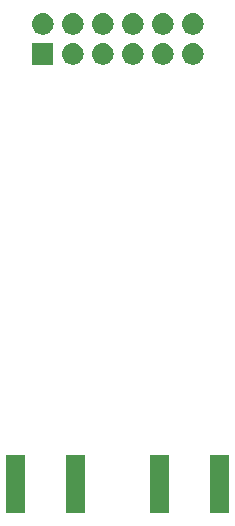
<source format=gbr>
G04 #@! TF.GenerationSoftware,KiCad,Pcbnew,5.1.2*
G04 #@! TF.CreationDate,2019-05-07T22:25:54+02:00*
G04 #@! TF.ProjectId,SX1257_pmod,53583132-3537-45f7-906d-6f642e6b6963,rev?*
G04 #@! TF.SameCoordinates,Original*
G04 #@! TF.FileFunction,Soldermask,Bot*
G04 #@! TF.FilePolarity,Negative*
%FSLAX46Y46*%
G04 Gerber Fmt 4.6, Leading zero omitted, Abs format (unit mm)*
G04 Created by KiCad (PCBNEW 5.1.2) date 2019-05-07 22:25:54*
%MOMM*%
%LPD*%
G04 APERTURE LIST*
%ADD10C,0.100000*%
G04 APERTURE END LIST*
D10*
G36*
X128829000Y-68064000D02*
G01*
X127203000Y-68064000D01*
X127203000Y-63162000D01*
X128829000Y-63162000D01*
X128829000Y-68064000D01*
X128829000Y-68064000D01*
G37*
G36*
X121717000Y-68064000D02*
G01*
X120091000Y-68064000D01*
X120091000Y-63162000D01*
X121717000Y-63162000D01*
X121717000Y-68064000D01*
X121717000Y-68064000D01*
G37*
G36*
X116637000Y-68064000D02*
G01*
X115011000Y-68064000D01*
X115011000Y-63162000D01*
X116637000Y-63162000D01*
X116637000Y-68064000D01*
X116637000Y-68064000D01*
G37*
G36*
X133909000Y-68064000D02*
G01*
X132283000Y-68064000D01*
X132283000Y-63162000D01*
X133909000Y-63162000D01*
X133909000Y-68064000D01*
X133909000Y-68064000D01*
G37*
G36*
X119011000Y-30111000D02*
G01*
X117209000Y-30111000D01*
X117209000Y-28309000D01*
X119011000Y-28309000D01*
X119011000Y-30111000D01*
X119011000Y-30111000D01*
G37*
G36*
X128380442Y-28315518D02*
G01*
X128446627Y-28322037D01*
X128616466Y-28373557D01*
X128772991Y-28457222D01*
X128808729Y-28486552D01*
X128910186Y-28569814D01*
X128993448Y-28671271D01*
X129022778Y-28707009D01*
X129106443Y-28863534D01*
X129157963Y-29033373D01*
X129175359Y-29210000D01*
X129157963Y-29386627D01*
X129106443Y-29556466D01*
X129022778Y-29712991D01*
X128993448Y-29748729D01*
X128910186Y-29850186D01*
X128808729Y-29933448D01*
X128772991Y-29962778D01*
X128616466Y-30046443D01*
X128446627Y-30097963D01*
X128380442Y-30104482D01*
X128314260Y-30111000D01*
X128225740Y-30111000D01*
X128159558Y-30104482D01*
X128093373Y-30097963D01*
X127923534Y-30046443D01*
X127767009Y-29962778D01*
X127731271Y-29933448D01*
X127629814Y-29850186D01*
X127546552Y-29748729D01*
X127517222Y-29712991D01*
X127433557Y-29556466D01*
X127382037Y-29386627D01*
X127364641Y-29210000D01*
X127382037Y-29033373D01*
X127433557Y-28863534D01*
X127517222Y-28707009D01*
X127546552Y-28671271D01*
X127629814Y-28569814D01*
X127731271Y-28486552D01*
X127767009Y-28457222D01*
X127923534Y-28373557D01*
X128093373Y-28322037D01*
X128159558Y-28315518D01*
X128225740Y-28309000D01*
X128314260Y-28309000D01*
X128380442Y-28315518D01*
X128380442Y-28315518D01*
G37*
G36*
X120760442Y-28315518D02*
G01*
X120826627Y-28322037D01*
X120996466Y-28373557D01*
X121152991Y-28457222D01*
X121188729Y-28486552D01*
X121290186Y-28569814D01*
X121373448Y-28671271D01*
X121402778Y-28707009D01*
X121486443Y-28863534D01*
X121537963Y-29033373D01*
X121555359Y-29210000D01*
X121537963Y-29386627D01*
X121486443Y-29556466D01*
X121402778Y-29712991D01*
X121373448Y-29748729D01*
X121290186Y-29850186D01*
X121188729Y-29933448D01*
X121152991Y-29962778D01*
X120996466Y-30046443D01*
X120826627Y-30097963D01*
X120760442Y-30104482D01*
X120694260Y-30111000D01*
X120605740Y-30111000D01*
X120539558Y-30104482D01*
X120473373Y-30097963D01*
X120303534Y-30046443D01*
X120147009Y-29962778D01*
X120111271Y-29933448D01*
X120009814Y-29850186D01*
X119926552Y-29748729D01*
X119897222Y-29712991D01*
X119813557Y-29556466D01*
X119762037Y-29386627D01*
X119744641Y-29210000D01*
X119762037Y-29033373D01*
X119813557Y-28863534D01*
X119897222Y-28707009D01*
X119926552Y-28671271D01*
X120009814Y-28569814D01*
X120111271Y-28486552D01*
X120147009Y-28457222D01*
X120303534Y-28373557D01*
X120473373Y-28322037D01*
X120539558Y-28315518D01*
X120605740Y-28309000D01*
X120694260Y-28309000D01*
X120760442Y-28315518D01*
X120760442Y-28315518D01*
G37*
G36*
X123300442Y-28315518D02*
G01*
X123366627Y-28322037D01*
X123536466Y-28373557D01*
X123692991Y-28457222D01*
X123728729Y-28486552D01*
X123830186Y-28569814D01*
X123913448Y-28671271D01*
X123942778Y-28707009D01*
X124026443Y-28863534D01*
X124077963Y-29033373D01*
X124095359Y-29210000D01*
X124077963Y-29386627D01*
X124026443Y-29556466D01*
X123942778Y-29712991D01*
X123913448Y-29748729D01*
X123830186Y-29850186D01*
X123728729Y-29933448D01*
X123692991Y-29962778D01*
X123536466Y-30046443D01*
X123366627Y-30097963D01*
X123300442Y-30104482D01*
X123234260Y-30111000D01*
X123145740Y-30111000D01*
X123079558Y-30104482D01*
X123013373Y-30097963D01*
X122843534Y-30046443D01*
X122687009Y-29962778D01*
X122651271Y-29933448D01*
X122549814Y-29850186D01*
X122466552Y-29748729D01*
X122437222Y-29712991D01*
X122353557Y-29556466D01*
X122302037Y-29386627D01*
X122284641Y-29210000D01*
X122302037Y-29033373D01*
X122353557Y-28863534D01*
X122437222Y-28707009D01*
X122466552Y-28671271D01*
X122549814Y-28569814D01*
X122651271Y-28486552D01*
X122687009Y-28457222D01*
X122843534Y-28373557D01*
X123013373Y-28322037D01*
X123079558Y-28315518D01*
X123145740Y-28309000D01*
X123234260Y-28309000D01*
X123300442Y-28315518D01*
X123300442Y-28315518D01*
G37*
G36*
X125840442Y-28315518D02*
G01*
X125906627Y-28322037D01*
X126076466Y-28373557D01*
X126232991Y-28457222D01*
X126268729Y-28486552D01*
X126370186Y-28569814D01*
X126453448Y-28671271D01*
X126482778Y-28707009D01*
X126566443Y-28863534D01*
X126617963Y-29033373D01*
X126635359Y-29210000D01*
X126617963Y-29386627D01*
X126566443Y-29556466D01*
X126482778Y-29712991D01*
X126453448Y-29748729D01*
X126370186Y-29850186D01*
X126268729Y-29933448D01*
X126232991Y-29962778D01*
X126076466Y-30046443D01*
X125906627Y-30097963D01*
X125840442Y-30104482D01*
X125774260Y-30111000D01*
X125685740Y-30111000D01*
X125619558Y-30104482D01*
X125553373Y-30097963D01*
X125383534Y-30046443D01*
X125227009Y-29962778D01*
X125191271Y-29933448D01*
X125089814Y-29850186D01*
X125006552Y-29748729D01*
X124977222Y-29712991D01*
X124893557Y-29556466D01*
X124842037Y-29386627D01*
X124824641Y-29210000D01*
X124842037Y-29033373D01*
X124893557Y-28863534D01*
X124977222Y-28707009D01*
X125006552Y-28671271D01*
X125089814Y-28569814D01*
X125191271Y-28486552D01*
X125227009Y-28457222D01*
X125383534Y-28373557D01*
X125553373Y-28322037D01*
X125619558Y-28315518D01*
X125685740Y-28309000D01*
X125774260Y-28309000D01*
X125840442Y-28315518D01*
X125840442Y-28315518D01*
G37*
G36*
X130920442Y-28315518D02*
G01*
X130986627Y-28322037D01*
X131156466Y-28373557D01*
X131312991Y-28457222D01*
X131348729Y-28486552D01*
X131450186Y-28569814D01*
X131533448Y-28671271D01*
X131562778Y-28707009D01*
X131646443Y-28863534D01*
X131697963Y-29033373D01*
X131715359Y-29210000D01*
X131697963Y-29386627D01*
X131646443Y-29556466D01*
X131562778Y-29712991D01*
X131533448Y-29748729D01*
X131450186Y-29850186D01*
X131348729Y-29933448D01*
X131312991Y-29962778D01*
X131156466Y-30046443D01*
X130986627Y-30097963D01*
X130920442Y-30104482D01*
X130854260Y-30111000D01*
X130765740Y-30111000D01*
X130699558Y-30104482D01*
X130633373Y-30097963D01*
X130463534Y-30046443D01*
X130307009Y-29962778D01*
X130271271Y-29933448D01*
X130169814Y-29850186D01*
X130086552Y-29748729D01*
X130057222Y-29712991D01*
X129973557Y-29556466D01*
X129922037Y-29386627D01*
X129904641Y-29210000D01*
X129922037Y-29033373D01*
X129973557Y-28863534D01*
X130057222Y-28707009D01*
X130086552Y-28671271D01*
X130169814Y-28569814D01*
X130271271Y-28486552D01*
X130307009Y-28457222D01*
X130463534Y-28373557D01*
X130633373Y-28322037D01*
X130699558Y-28315518D01*
X130765740Y-28309000D01*
X130854260Y-28309000D01*
X130920442Y-28315518D01*
X130920442Y-28315518D01*
G37*
G36*
X118220442Y-25775518D02*
G01*
X118286627Y-25782037D01*
X118456466Y-25833557D01*
X118612991Y-25917222D01*
X118648729Y-25946552D01*
X118750186Y-26029814D01*
X118833448Y-26131271D01*
X118862778Y-26167009D01*
X118946443Y-26323534D01*
X118997963Y-26493373D01*
X119015359Y-26670000D01*
X118997963Y-26846627D01*
X118946443Y-27016466D01*
X118862778Y-27172991D01*
X118833448Y-27208729D01*
X118750186Y-27310186D01*
X118648729Y-27393448D01*
X118612991Y-27422778D01*
X118456466Y-27506443D01*
X118286627Y-27557963D01*
X118220442Y-27564482D01*
X118154260Y-27571000D01*
X118065740Y-27571000D01*
X117999558Y-27564482D01*
X117933373Y-27557963D01*
X117763534Y-27506443D01*
X117607009Y-27422778D01*
X117571271Y-27393448D01*
X117469814Y-27310186D01*
X117386552Y-27208729D01*
X117357222Y-27172991D01*
X117273557Y-27016466D01*
X117222037Y-26846627D01*
X117204641Y-26670000D01*
X117222037Y-26493373D01*
X117273557Y-26323534D01*
X117357222Y-26167009D01*
X117386552Y-26131271D01*
X117469814Y-26029814D01*
X117571271Y-25946552D01*
X117607009Y-25917222D01*
X117763534Y-25833557D01*
X117933373Y-25782037D01*
X117999557Y-25775519D01*
X118065740Y-25769000D01*
X118154260Y-25769000D01*
X118220442Y-25775518D01*
X118220442Y-25775518D01*
G37*
G36*
X120760442Y-25775518D02*
G01*
X120826627Y-25782037D01*
X120996466Y-25833557D01*
X121152991Y-25917222D01*
X121188729Y-25946552D01*
X121290186Y-26029814D01*
X121373448Y-26131271D01*
X121402778Y-26167009D01*
X121486443Y-26323534D01*
X121537963Y-26493373D01*
X121555359Y-26670000D01*
X121537963Y-26846627D01*
X121486443Y-27016466D01*
X121402778Y-27172991D01*
X121373448Y-27208729D01*
X121290186Y-27310186D01*
X121188729Y-27393448D01*
X121152991Y-27422778D01*
X120996466Y-27506443D01*
X120826627Y-27557963D01*
X120760442Y-27564482D01*
X120694260Y-27571000D01*
X120605740Y-27571000D01*
X120539558Y-27564482D01*
X120473373Y-27557963D01*
X120303534Y-27506443D01*
X120147009Y-27422778D01*
X120111271Y-27393448D01*
X120009814Y-27310186D01*
X119926552Y-27208729D01*
X119897222Y-27172991D01*
X119813557Y-27016466D01*
X119762037Y-26846627D01*
X119744641Y-26670000D01*
X119762037Y-26493373D01*
X119813557Y-26323534D01*
X119897222Y-26167009D01*
X119926552Y-26131271D01*
X120009814Y-26029814D01*
X120111271Y-25946552D01*
X120147009Y-25917222D01*
X120303534Y-25833557D01*
X120473373Y-25782037D01*
X120539557Y-25775519D01*
X120605740Y-25769000D01*
X120694260Y-25769000D01*
X120760442Y-25775518D01*
X120760442Y-25775518D01*
G37*
G36*
X123300442Y-25775518D02*
G01*
X123366627Y-25782037D01*
X123536466Y-25833557D01*
X123692991Y-25917222D01*
X123728729Y-25946552D01*
X123830186Y-26029814D01*
X123913448Y-26131271D01*
X123942778Y-26167009D01*
X124026443Y-26323534D01*
X124077963Y-26493373D01*
X124095359Y-26670000D01*
X124077963Y-26846627D01*
X124026443Y-27016466D01*
X123942778Y-27172991D01*
X123913448Y-27208729D01*
X123830186Y-27310186D01*
X123728729Y-27393448D01*
X123692991Y-27422778D01*
X123536466Y-27506443D01*
X123366627Y-27557963D01*
X123300442Y-27564482D01*
X123234260Y-27571000D01*
X123145740Y-27571000D01*
X123079558Y-27564482D01*
X123013373Y-27557963D01*
X122843534Y-27506443D01*
X122687009Y-27422778D01*
X122651271Y-27393448D01*
X122549814Y-27310186D01*
X122466552Y-27208729D01*
X122437222Y-27172991D01*
X122353557Y-27016466D01*
X122302037Y-26846627D01*
X122284641Y-26670000D01*
X122302037Y-26493373D01*
X122353557Y-26323534D01*
X122437222Y-26167009D01*
X122466552Y-26131271D01*
X122549814Y-26029814D01*
X122651271Y-25946552D01*
X122687009Y-25917222D01*
X122843534Y-25833557D01*
X123013373Y-25782037D01*
X123079557Y-25775519D01*
X123145740Y-25769000D01*
X123234260Y-25769000D01*
X123300442Y-25775518D01*
X123300442Y-25775518D01*
G37*
G36*
X125840442Y-25775518D02*
G01*
X125906627Y-25782037D01*
X126076466Y-25833557D01*
X126232991Y-25917222D01*
X126268729Y-25946552D01*
X126370186Y-26029814D01*
X126453448Y-26131271D01*
X126482778Y-26167009D01*
X126566443Y-26323534D01*
X126617963Y-26493373D01*
X126635359Y-26670000D01*
X126617963Y-26846627D01*
X126566443Y-27016466D01*
X126482778Y-27172991D01*
X126453448Y-27208729D01*
X126370186Y-27310186D01*
X126268729Y-27393448D01*
X126232991Y-27422778D01*
X126076466Y-27506443D01*
X125906627Y-27557963D01*
X125840442Y-27564482D01*
X125774260Y-27571000D01*
X125685740Y-27571000D01*
X125619558Y-27564482D01*
X125553373Y-27557963D01*
X125383534Y-27506443D01*
X125227009Y-27422778D01*
X125191271Y-27393448D01*
X125089814Y-27310186D01*
X125006552Y-27208729D01*
X124977222Y-27172991D01*
X124893557Y-27016466D01*
X124842037Y-26846627D01*
X124824641Y-26670000D01*
X124842037Y-26493373D01*
X124893557Y-26323534D01*
X124977222Y-26167009D01*
X125006552Y-26131271D01*
X125089814Y-26029814D01*
X125191271Y-25946552D01*
X125227009Y-25917222D01*
X125383534Y-25833557D01*
X125553373Y-25782037D01*
X125619557Y-25775519D01*
X125685740Y-25769000D01*
X125774260Y-25769000D01*
X125840442Y-25775518D01*
X125840442Y-25775518D01*
G37*
G36*
X130920442Y-25775518D02*
G01*
X130986627Y-25782037D01*
X131156466Y-25833557D01*
X131312991Y-25917222D01*
X131348729Y-25946552D01*
X131450186Y-26029814D01*
X131533448Y-26131271D01*
X131562778Y-26167009D01*
X131646443Y-26323534D01*
X131697963Y-26493373D01*
X131715359Y-26670000D01*
X131697963Y-26846627D01*
X131646443Y-27016466D01*
X131562778Y-27172991D01*
X131533448Y-27208729D01*
X131450186Y-27310186D01*
X131348729Y-27393448D01*
X131312991Y-27422778D01*
X131156466Y-27506443D01*
X130986627Y-27557963D01*
X130920442Y-27564482D01*
X130854260Y-27571000D01*
X130765740Y-27571000D01*
X130699558Y-27564482D01*
X130633373Y-27557963D01*
X130463534Y-27506443D01*
X130307009Y-27422778D01*
X130271271Y-27393448D01*
X130169814Y-27310186D01*
X130086552Y-27208729D01*
X130057222Y-27172991D01*
X129973557Y-27016466D01*
X129922037Y-26846627D01*
X129904641Y-26670000D01*
X129922037Y-26493373D01*
X129973557Y-26323534D01*
X130057222Y-26167009D01*
X130086552Y-26131271D01*
X130169814Y-26029814D01*
X130271271Y-25946552D01*
X130307009Y-25917222D01*
X130463534Y-25833557D01*
X130633373Y-25782037D01*
X130699557Y-25775519D01*
X130765740Y-25769000D01*
X130854260Y-25769000D01*
X130920442Y-25775518D01*
X130920442Y-25775518D01*
G37*
G36*
X128380442Y-25775518D02*
G01*
X128446627Y-25782037D01*
X128616466Y-25833557D01*
X128772991Y-25917222D01*
X128808729Y-25946552D01*
X128910186Y-26029814D01*
X128993448Y-26131271D01*
X129022778Y-26167009D01*
X129106443Y-26323534D01*
X129157963Y-26493373D01*
X129175359Y-26670000D01*
X129157963Y-26846627D01*
X129106443Y-27016466D01*
X129022778Y-27172991D01*
X128993448Y-27208729D01*
X128910186Y-27310186D01*
X128808729Y-27393448D01*
X128772991Y-27422778D01*
X128616466Y-27506443D01*
X128446627Y-27557963D01*
X128380442Y-27564482D01*
X128314260Y-27571000D01*
X128225740Y-27571000D01*
X128159558Y-27564482D01*
X128093373Y-27557963D01*
X127923534Y-27506443D01*
X127767009Y-27422778D01*
X127731271Y-27393448D01*
X127629814Y-27310186D01*
X127546552Y-27208729D01*
X127517222Y-27172991D01*
X127433557Y-27016466D01*
X127382037Y-26846627D01*
X127364641Y-26670000D01*
X127382037Y-26493373D01*
X127433557Y-26323534D01*
X127517222Y-26167009D01*
X127546552Y-26131271D01*
X127629814Y-26029814D01*
X127731271Y-25946552D01*
X127767009Y-25917222D01*
X127923534Y-25833557D01*
X128093373Y-25782037D01*
X128159557Y-25775519D01*
X128225740Y-25769000D01*
X128314260Y-25769000D01*
X128380442Y-25775518D01*
X128380442Y-25775518D01*
G37*
M02*

</source>
